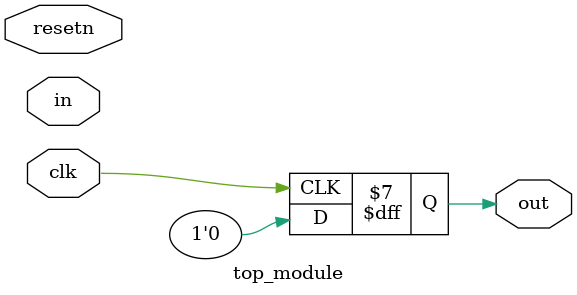
<source format=v>
module top_module (
    input clk,
    input resetn,   // synchronous reset
    input in,
    output out);
    reg q1,q2,q3;
    always @(posedge clk) begin
        if(~resetn)
            out<=0;
        else begin
           out = in>>1;
        end
    end
endmodule

</source>
